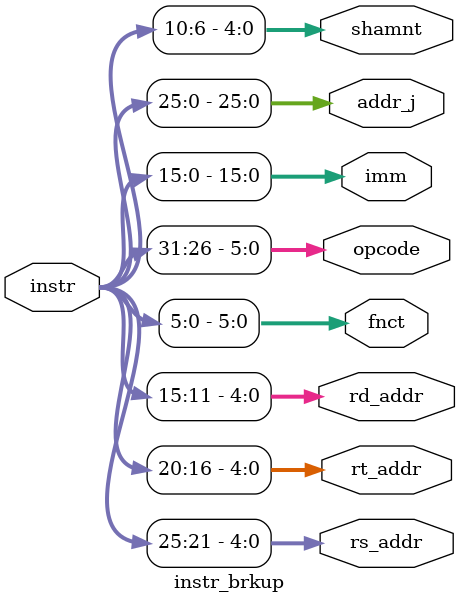
<source format=v>
module instr_brkup (instr, rd_addr, rs_addr, rt_addr, fnct, opcode, imm, addr_j, shamnt);

input [31:0] instr;
output [4:0] rs_addr;
output [4:0] rt_addr;
output [4:0] rd_addr;
output [5:0] fnct;
output [5:0] opcode;
output [15:0] imm;
output [25:0] addr_j;
output [4:0] shamnt;
 
assign rs_addr = instr [25:21];
assign rt_addr = instr [20:16];
assign rd_addr = instr [15:11];
assign fnct = instr [5:0];
assign opcode = instr [31:26];
assign imm = instr [15:0];
assign addr_j = instr [25:0];
assign shamnt = instr [10:6];

endmodule 
</source>
